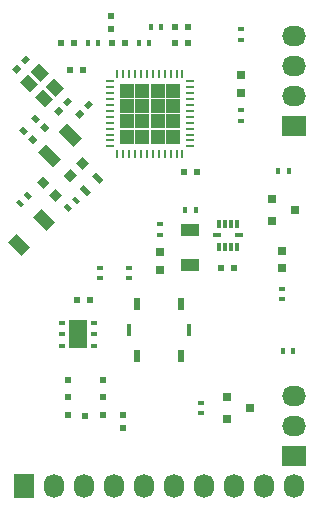
<source format=gbr>
G04 #@! TF.FileFunction,Soldermask,Top*
%FSLAX46Y46*%
G04 Gerber Fmt 4.6, Leading zero omitted, Abs format (unit mm)*
G04 Created by KiCad (PCBNEW 0.201503090816+5484~22~ubuntu14.04.1-product) date Sat 30 May 2015 18:50:36 BST*
%MOMM*%
G01*
G04 APERTURE LIST*
%ADD10C,0.100000*%
%ADD11R,0.600000X0.500000*%
%ADD12R,0.500000X0.600000*%
%ADD13R,1.600000X1.000000*%
%ADD14R,0.797560X0.797560*%
%ADD15R,2.032000X1.727200*%
%ADD16O,2.032000X1.727200*%
%ADD17R,0.400000X0.600000*%
%ADD18R,0.600000X0.400000*%
%ADD19R,0.600000X1.000000*%
%ADD20R,0.450000X1.000000*%
%ADD21R,0.250000X0.700000*%
%ADD22R,0.700000X0.250000*%
%ADD23R,1.287500X1.287500*%
%ADD24R,0.800000X0.300000*%
%ADD25R,0.300000X0.800000*%
%ADD26R,1.500000X2.400000*%
%ADD27R,0.800100X0.800100*%
%ADD28R,1.727200X2.032000*%
%ADD29O,1.727200X2.032000*%
G04 APERTURE END LIST*
D10*
G36*
X134790264Y-86725182D02*
X135143818Y-87078736D01*
X134719554Y-87503000D01*
X134366000Y-87149446D01*
X134790264Y-86725182D01*
X134790264Y-86725182D01*
G37*
G36*
X134012446Y-87503000D02*
X134366000Y-87856554D01*
X133941736Y-88280818D01*
X133588182Y-87927264D01*
X134012446Y-87503000D01*
X134012446Y-87503000D01*
G37*
G36*
X137497736Y-91836818D02*
X137144182Y-91483264D01*
X137568446Y-91059000D01*
X137922000Y-91412554D01*
X137497736Y-91836818D01*
X137497736Y-91836818D01*
G37*
G36*
X138275554Y-91059000D02*
X137922000Y-90705446D01*
X138346264Y-90281182D01*
X138699818Y-90634736D01*
X138275554Y-91059000D01*
X138275554Y-91059000D01*
G37*
D11*
X147405000Y-84328000D03*
X148505000Y-84328000D03*
D12*
X141986000Y-84497000D03*
X141986000Y-83397000D03*
D11*
X143171000Y-85725000D03*
X142071000Y-85725000D03*
X138853000Y-85725000D03*
X137753000Y-85725000D03*
D10*
G36*
X140124264Y-90535182D02*
X140477818Y-90888736D01*
X140053554Y-91313000D01*
X139700000Y-90959446D01*
X140124264Y-90535182D01*
X140124264Y-90535182D01*
G37*
G36*
X139346446Y-91313000D02*
X139700000Y-91666554D01*
X139275736Y-92090818D01*
X138922182Y-91737264D01*
X139346446Y-91313000D01*
X139346446Y-91313000D01*
G37*
D11*
X139615000Y-88011000D03*
X138515000Y-88011000D03*
X148505000Y-85725000D03*
X147405000Y-85725000D03*
X148167000Y-96647000D03*
X149267000Y-96647000D03*
D12*
X143002000Y-117179000D03*
X143002000Y-118279000D03*
D11*
X151342000Y-104775000D03*
X152442000Y-104775000D03*
D13*
X148717000Y-104497000D03*
X148717000Y-101497000D03*
D11*
X139150000Y-107442000D03*
X140250000Y-107442000D03*
D10*
G36*
X135239182Y-92031736D02*
X135592736Y-91678182D01*
X136017000Y-92102446D01*
X135663446Y-92456000D01*
X135239182Y-92031736D01*
X135239182Y-92031736D01*
G37*
G36*
X136017000Y-92809554D02*
X136370554Y-92456000D01*
X136794818Y-92880264D01*
X136441264Y-93233818D01*
X136017000Y-92809554D01*
X136017000Y-92809554D01*
G37*
G36*
X134223182Y-93047736D02*
X134576736Y-92694182D01*
X135001000Y-93118446D01*
X134647446Y-93472000D01*
X134223182Y-93047736D01*
X134223182Y-93047736D01*
G37*
G36*
X135001000Y-93825554D02*
X135354554Y-93472000D01*
X135778818Y-93896264D01*
X135425264Y-94249818D01*
X135001000Y-93825554D01*
X135001000Y-93825554D01*
G37*
D14*
X156464000Y-104762300D03*
X156464000Y-103263700D03*
X146177000Y-103390700D03*
X146177000Y-104889300D03*
X153035000Y-89903300D03*
X153035000Y-88404700D03*
D15*
X157480000Y-92710000D03*
D16*
X157480000Y-90170000D03*
X157480000Y-87630000D03*
X157480000Y-85090000D03*
D10*
G36*
X134867487Y-98261249D02*
X135291751Y-98685513D01*
X135008909Y-98968355D01*
X134584645Y-98544091D01*
X134867487Y-98261249D01*
X134867487Y-98261249D01*
G37*
G36*
X134231091Y-98897645D02*
X134655355Y-99321909D01*
X134372513Y-99604751D01*
X133948249Y-99180487D01*
X134231091Y-98897645D01*
X134231091Y-98897645D01*
G37*
D17*
X157422000Y-111760000D03*
X156522000Y-111760000D03*
D18*
X153035000Y-84513000D03*
X153035000Y-85413000D03*
D17*
X156141000Y-96520000D03*
X157041000Y-96520000D03*
D18*
X156464000Y-107384000D03*
X156464000Y-106484000D03*
X143510000Y-105606000D03*
X143510000Y-104706000D03*
X141097000Y-105606000D03*
X141097000Y-104706000D03*
D17*
X148267000Y-99822000D03*
X149167000Y-99822000D03*
D18*
X146177000Y-101023000D03*
X146177000Y-101923000D03*
X149606000Y-116136000D03*
X149606000Y-117036000D03*
X153035000Y-92271000D03*
X153035000Y-91371000D03*
D19*
X144200000Y-107782000D03*
X147900000Y-107782000D03*
X144200000Y-112182000D03*
X147900000Y-112182000D03*
D20*
X143525000Y-109982000D03*
X148575000Y-109982000D03*
D21*
X142538000Y-95094000D03*
X143038000Y-95094000D03*
X143538000Y-95094000D03*
X144038000Y-95094000D03*
X144538000Y-95094000D03*
X145038000Y-95094000D03*
X145538000Y-95094000D03*
X146038000Y-95094000D03*
X146538000Y-95094000D03*
X147038000Y-95094000D03*
X147538000Y-95094000D03*
X148038000Y-95094000D03*
D22*
X148688000Y-94444000D03*
X148688000Y-93944000D03*
X148688000Y-93444000D03*
X148688000Y-92944000D03*
X148688000Y-92444000D03*
X148688000Y-91944000D03*
X148688000Y-91444000D03*
X148688000Y-90944000D03*
X148688000Y-90444000D03*
X148688000Y-89944000D03*
X148688000Y-89444000D03*
X148688000Y-88944000D03*
D21*
X148038000Y-88294000D03*
X147538000Y-88294000D03*
X147038000Y-88294000D03*
X146538000Y-88294000D03*
X146038000Y-88294000D03*
X145538000Y-88294000D03*
X145038000Y-88294000D03*
X144538000Y-88294000D03*
X144038000Y-88294000D03*
X143538000Y-88294000D03*
X143038000Y-88294000D03*
X142538000Y-88294000D03*
D22*
X141888000Y-88944000D03*
X141888000Y-89444000D03*
X141888000Y-89944000D03*
X141888000Y-90444000D03*
X141888000Y-90944000D03*
X141888000Y-91444000D03*
X141888000Y-91944000D03*
X141888000Y-92444000D03*
X141888000Y-92944000D03*
X141888000Y-93444000D03*
X141888000Y-93944000D03*
X141888000Y-94444000D03*
D23*
X147219250Y-89762750D03*
X145931750Y-89762750D03*
X144644250Y-89762750D03*
X143356750Y-89762750D03*
X147219250Y-91050250D03*
X145931750Y-91050250D03*
X144644250Y-91050250D03*
X143356750Y-91050250D03*
X147219250Y-92337750D03*
X145931750Y-92337750D03*
X144644250Y-92337750D03*
X143356750Y-92337750D03*
X147219250Y-93625250D03*
X145931750Y-93625250D03*
X144644250Y-93625250D03*
X143356750Y-93625250D03*
D15*
X157480000Y-120650000D03*
D16*
X157480000Y-118110000D03*
X157480000Y-115570000D03*
D12*
X138377000Y-114197000D03*
X138377000Y-115697000D03*
X138377000Y-117197000D03*
X141277000Y-117197000D03*
X141277000Y-115697000D03*
X141277000Y-114197000D03*
D11*
X139827000Y-117247000D03*
D24*
X152842000Y-101981000D03*
X150942000Y-101981000D03*
D25*
X152642000Y-101031000D03*
X152142000Y-101031000D03*
X151642000Y-101031000D03*
X151142000Y-101031000D03*
X152642000Y-102931000D03*
X152142000Y-102931000D03*
X151642000Y-102931000D03*
X151142000Y-102931000D03*
D26*
X139192000Y-110363000D03*
D18*
X140542000Y-111363000D03*
X140542000Y-110363000D03*
X140542000Y-109363000D03*
X137842000Y-109363000D03*
X137842000Y-110363000D03*
X137842000Y-111363000D03*
D10*
G36*
X134270167Y-89033512D02*
X134977273Y-88326406D01*
X135825801Y-89174934D01*
X135118695Y-89882040D01*
X134270167Y-89033512D01*
X134270167Y-89033512D01*
G37*
G36*
X136462199Y-89387066D02*
X137169305Y-88679960D01*
X138017833Y-89528488D01*
X137310727Y-90235594D01*
X136462199Y-89387066D01*
X136462199Y-89387066D01*
G37*
G36*
X135542960Y-90306305D02*
X136250066Y-89599199D01*
X137098594Y-90447727D01*
X136391488Y-91154833D01*
X135542960Y-90306305D01*
X135542960Y-90306305D01*
G37*
G36*
X135189406Y-88114273D02*
X135896512Y-87407167D01*
X136745040Y-88255695D01*
X136037934Y-88962801D01*
X135189406Y-88114273D01*
X135189406Y-88114273D01*
G37*
G36*
X136501274Y-94254934D02*
X137774066Y-95527726D01*
X137066960Y-96234832D01*
X135794168Y-94962040D01*
X136501274Y-94254934D01*
X136501274Y-94254934D01*
G37*
G36*
X138269040Y-92487168D02*
X139541832Y-93759960D01*
X138834726Y-94467066D01*
X137561934Y-93194274D01*
X138269040Y-92487168D01*
X138269040Y-92487168D01*
G37*
G36*
X136103528Y-99747101D02*
X137234899Y-100878472D01*
X136527792Y-101585579D01*
X135396421Y-100454208D01*
X136103528Y-99747101D01*
X136103528Y-99747101D01*
G37*
G36*
X133982208Y-101868421D02*
X135113579Y-102999792D01*
X134406472Y-103706899D01*
X133275101Y-102575528D01*
X133982208Y-101868421D01*
X133982208Y-101868421D01*
G37*
D27*
X155590240Y-98872000D03*
X155590240Y-100772000D03*
X157589220Y-99822000D03*
X151780240Y-115636000D03*
X151780240Y-117536000D03*
X153779220Y-116586000D03*
D10*
G36*
X139613008Y-95314662D02*
X140143338Y-95844992D01*
X139577652Y-96410678D01*
X139047322Y-95880348D01*
X139613008Y-95314662D01*
X139613008Y-95314662D01*
G37*
G36*
X138552348Y-96375322D02*
X139082678Y-96905652D01*
X138516992Y-97471338D01*
X137986662Y-96941008D01*
X138552348Y-96375322D01*
X138552348Y-96375322D01*
G37*
G36*
X137857338Y-98592008D02*
X137327008Y-99122338D01*
X136761322Y-98556652D01*
X137291652Y-98026322D01*
X137857338Y-98592008D01*
X137857338Y-98592008D01*
G37*
G36*
X136796678Y-97531348D02*
X136266348Y-98061678D01*
X135700662Y-97495992D01*
X136230992Y-96965662D01*
X136796678Y-97531348D01*
X136796678Y-97531348D01*
G37*
D17*
X144330000Y-85725000D03*
X145230000Y-85725000D03*
X145346000Y-84328000D03*
X146246000Y-84328000D03*
X140912000Y-85725000D03*
X140012000Y-85725000D03*
D10*
G36*
X140723909Y-96637695D02*
X141360305Y-97274091D01*
X141006751Y-97627645D01*
X140370355Y-96991249D01*
X140723909Y-96637695D01*
X140723909Y-96637695D01*
G37*
G36*
X139663249Y-97698355D02*
X140299645Y-98334751D01*
X139946091Y-98688305D01*
X139309695Y-98051909D01*
X139663249Y-97698355D01*
X139663249Y-97698355D01*
G37*
G36*
X138931487Y-98642249D02*
X139355751Y-99066513D01*
X139072909Y-99349355D01*
X138648645Y-98925091D01*
X138931487Y-98642249D01*
X138931487Y-98642249D01*
G37*
G36*
X138295091Y-99278645D02*
X138719355Y-99702909D01*
X138436513Y-99985751D01*
X138012249Y-99561487D01*
X138295091Y-99278645D01*
X138295091Y-99278645D01*
G37*
D28*
X134620000Y-123190000D03*
D29*
X137160000Y-123190000D03*
X139700000Y-123190000D03*
X142240000Y-123190000D03*
X144780000Y-123190000D03*
X147320000Y-123190000D03*
X149860000Y-123190000D03*
X152400000Y-123190000D03*
X154940000Y-123190000D03*
X157480000Y-123190000D03*
M02*

</source>
